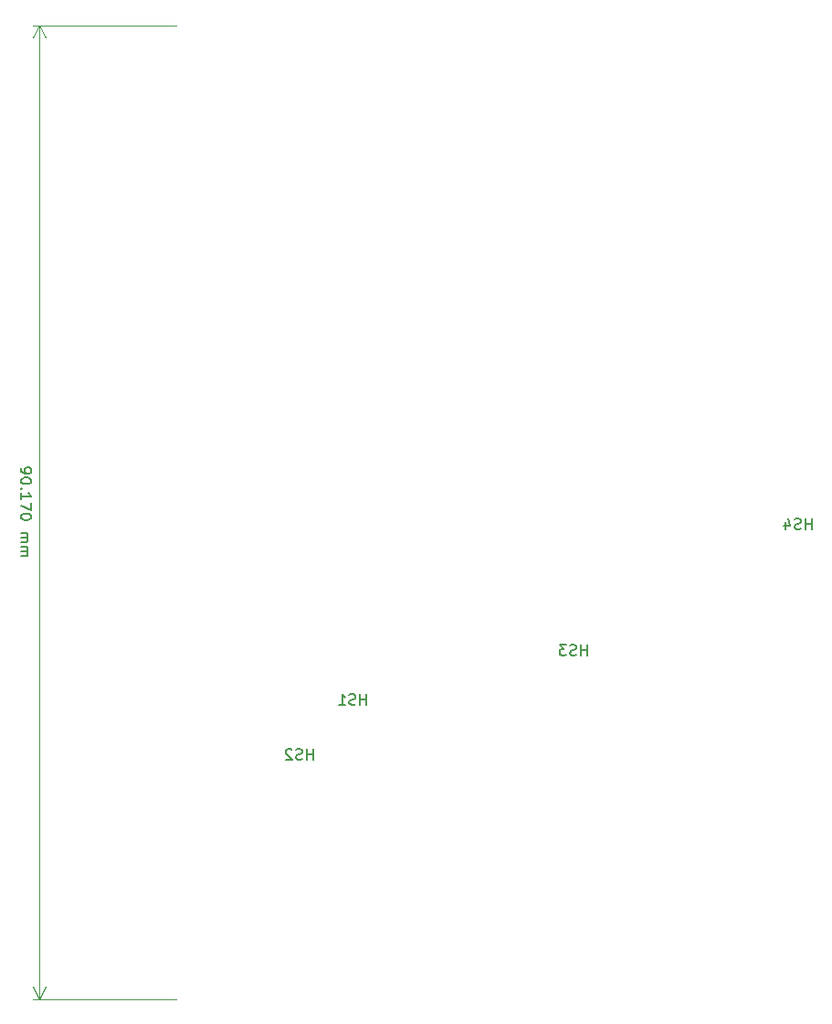
<source format=gbr>
G04 #@! TF.GenerationSoftware,KiCad,Pcbnew,5.1.3-ffb9f22~84~ubuntu18.10.1*
G04 #@! TF.CreationDate,2019-09-01T17:36:10+10:00*
G04 #@! TF.ProjectId,openpod-1,6f70656e-706f-4642-9d31-2e6b69636164,1.0*
G04 #@! TF.SameCoordinates,Original*
G04 #@! TF.FileFunction,Legend,Bot*
G04 #@! TF.FilePolarity,Positive*
%FSLAX46Y46*%
G04 Gerber Fmt 4.6, Leading zero omitted, Abs format (unit mm)*
G04 Created by KiCad (PCBNEW 5.1.3-ffb9f22~84~ubuntu18.10.1) date 2019-09-01 17:36:10*
%MOMM*%
%LPD*%
G04 APERTURE LIST*
%ADD10C,0.150000*%
%ADD11C,0.120000*%
G04 APERTURE END LIST*
D10*
X57967619Y-79137380D02*
X57967619Y-79327857D01*
X58015238Y-79423095D01*
X58062857Y-79470714D01*
X58205714Y-79565952D01*
X58396190Y-79613571D01*
X58777142Y-79613571D01*
X58872380Y-79565952D01*
X58920000Y-79518333D01*
X58967619Y-79423095D01*
X58967619Y-79232619D01*
X58920000Y-79137380D01*
X58872380Y-79089761D01*
X58777142Y-79042142D01*
X58539047Y-79042142D01*
X58443809Y-79089761D01*
X58396190Y-79137380D01*
X58348571Y-79232619D01*
X58348571Y-79423095D01*
X58396190Y-79518333D01*
X58443809Y-79565952D01*
X58539047Y-79613571D01*
X58967619Y-80232619D02*
X58967619Y-80327857D01*
X58920000Y-80423095D01*
X58872380Y-80470714D01*
X58777142Y-80518333D01*
X58586666Y-80565952D01*
X58348571Y-80565952D01*
X58158095Y-80518333D01*
X58062857Y-80470714D01*
X58015238Y-80423095D01*
X57967619Y-80327857D01*
X57967619Y-80232619D01*
X58015238Y-80137380D01*
X58062857Y-80089761D01*
X58158095Y-80042142D01*
X58348571Y-79994523D01*
X58586666Y-79994523D01*
X58777142Y-80042142D01*
X58872380Y-80089761D01*
X58920000Y-80137380D01*
X58967619Y-80232619D01*
X58062857Y-80994523D02*
X58015238Y-81042142D01*
X57967619Y-80994523D01*
X58015238Y-80946904D01*
X58062857Y-80994523D01*
X57967619Y-80994523D01*
X57967619Y-81994523D02*
X57967619Y-81423095D01*
X57967619Y-81708809D02*
X58967619Y-81708809D01*
X58824761Y-81613571D01*
X58729523Y-81518333D01*
X58681904Y-81423095D01*
X58967619Y-82327857D02*
X58967619Y-82994523D01*
X57967619Y-82565952D01*
X58967619Y-83565952D02*
X58967619Y-83661190D01*
X58920000Y-83756428D01*
X58872380Y-83804047D01*
X58777142Y-83851666D01*
X58586666Y-83899285D01*
X58348571Y-83899285D01*
X58158095Y-83851666D01*
X58062857Y-83804047D01*
X58015238Y-83756428D01*
X57967619Y-83661190D01*
X57967619Y-83565952D01*
X58015238Y-83470714D01*
X58062857Y-83423095D01*
X58158095Y-83375476D01*
X58348571Y-83327857D01*
X58586666Y-83327857D01*
X58777142Y-83375476D01*
X58872380Y-83423095D01*
X58920000Y-83470714D01*
X58967619Y-83565952D01*
X57967619Y-85089761D02*
X58634285Y-85089761D01*
X58539047Y-85089761D02*
X58586666Y-85137380D01*
X58634285Y-85232619D01*
X58634285Y-85375476D01*
X58586666Y-85470714D01*
X58491428Y-85518333D01*
X57967619Y-85518333D01*
X58491428Y-85518333D02*
X58586666Y-85565952D01*
X58634285Y-85661190D01*
X58634285Y-85804047D01*
X58586666Y-85899285D01*
X58491428Y-85946904D01*
X57967619Y-85946904D01*
X57967619Y-86423095D02*
X58634285Y-86423095D01*
X58539047Y-86423095D02*
X58586666Y-86470714D01*
X58634285Y-86565952D01*
X58634285Y-86708809D01*
X58586666Y-86804047D01*
X58491428Y-86851666D01*
X57967619Y-86851666D01*
X58491428Y-86851666D02*
X58586666Y-86899285D01*
X58634285Y-86994523D01*
X58634285Y-87137380D01*
X58586666Y-87232619D01*
X58491428Y-87280238D01*
X57967619Y-87280238D01*
D11*
X59690000Y-38100000D02*
X59690000Y-128270000D01*
X72390000Y-38100000D02*
X59103579Y-38100000D01*
X72390000Y-128270000D02*
X59103579Y-128270000D01*
X59690000Y-128270000D02*
X59103579Y-127143496D01*
X59690000Y-128270000D02*
X60276421Y-127143496D01*
X59690000Y-38100000D02*
X59103579Y-39226504D01*
X59690000Y-38100000D02*
X60276421Y-39226504D01*
D10*
X110458095Y-96472380D02*
X110458095Y-95472380D01*
X110458095Y-95948571D02*
X109886666Y-95948571D01*
X109886666Y-96472380D02*
X109886666Y-95472380D01*
X109458095Y-96424761D02*
X109315238Y-96472380D01*
X109077142Y-96472380D01*
X108981904Y-96424761D01*
X108934285Y-96377142D01*
X108886666Y-96281904D01*
X108886666Y-96186666D01*
X108934285Y-96091428D01*
X108981904Y-96043809D01*
X109077142Y-95996190D01*
X109267619Y-95948571D01*
X109362857Y-95900952D01*
X109410476Y-95853333D01*
X109458095Y-95758095D01*
X109458095Y-95662857D01*
X109410476Y-95567619D01*
X109362857Y-95520000D01*
X109267619Y-95472380D01*
X109029523Y-95472380D01*
X108886666Y-95520000D01*
X108553333Y-95472380D02*
X107934285Y-95472380D01*
X108267619Y-95853333D01*
X108124761Y-95853333D01*
X108029523Y-95900952D01*
X107981904Y-95948571D01*
X107934285Y-96043809D01*
X107934285Y-96281904D01*
X107981904Y-96377142D01*
X108029523Y-96424761D01*
X108124761Y-96472380D01*
X108410476Y-96472380D01*
X108505714Y-96424761D01*
X108553333Y-96377142D01*
X90011095Y-101036380D02*
X90011095Y-100036380D01*
X90011095Y-100512571D02*
X89439666Y-100512571D01*
X89439666Y-101036380D02*
X89439666Y-100036380D01*
X89011095Y-100988761D02*
X88868238Y-101036380D01*
X88630142Y-101036380D01*
X88534904Y-100988761D01*
X88487285Y-100941142D01*
X88439666Y-100845904D01*
X88439666Y-100750666D01*
X88487285Y-100655428D01*
X88534904Y-100607809D01*
X88630142Y-100560190D01*
X88820619Y-100512571D01*
X88915857Y-100464952D01*
X88963476Y-100417333D01*
X89011095Y-100322095D01*
X89011095Y-100226857D01*
X88963476Y-100131619D01*
X88915857Y-100084000D01*
X88820619Y-100036380D01*
X88582523Y-100036380D01*
X88439666Y-100084000D01*
X87487285Y-101036380D02*
X88058714Y-101036380D01*
X87773000Y-101036380D02*
X87773000Y-100036380D01*
X87868238Y-100179238D01*
X87963476Y-100274476D01*
X88058714Y-100322095D01*
X85058095Y-106116380D02*
X85058095Y-105116380D01*
X85058095Y-105592571D02*
X84486666Y-105592571D01*
X84486666Y-106116380D02*
X84486666Y-105116380D01*
X84058095Y-106068761D02*
X83915238Y-106116380D01*
X83677142Y-106116380D01*
X83581904Y-106068761D01*
X83534285Y-106021142D01*
X83486666Y-105925904D01*
X83486666Y-105830666D01*
X83534285Y-105735428D01*
X83581904Y-105687809D01*
X83677142Y-105640190D01*
X83867619Y-105592571D01*
X83962857Y-105544952D01*
X84010476Y-105497333D01*
X84058095Y-105402095D01*
X84058095Y-105306857D01*
X84010476Y-105211619D01*
X83962857Y-105164000D01*
X83867619Y-105116380D01*
X83629523Y-105116380D01*
X83486666Y-105164000D01*
X83105714Y-105211619D02*
X83058095Y-105164000D01*
X82962857Y-105116380D01*
X82724761Y-105116380D01*
X82629523Y-105164000D01*
X82581904Y-105211619D01*
X82534285Y-105306857D01*
X82534285Y-105402095D01*
X82581904Y-105544952D01*
X83153333Y-106116380D01*
X82534285Y-106116380D01*
X131286095Y-84780380D02*
X131286095Y-83780380D01*
X131286095Y-84256571D02*
X130714666Y-84256571D01*
X130714666Y-84780380D02*
X130714666Y-83780380D01*
X130286095Y-84732761D02*
X130143238Y-84780380D01*
X129905142Y-84780380D01*
X129809904Y-84732761D01*
X129762285Y-84685142D01*
X129714666Y-84589904D01*
X129714666Y-84494666D01*
X129762285Y-84399428D01*
X129809904Y-84351809D01*
X129905142Y-84304190D01*
X130095619Y-84256571D01*
X130190857Y-84208952D01*
X130238476Y-84161333D01*
X130286095Y-84066095D01*
X130286095Y-83970857D01*
X130238476Y-83875619D01*
X130190857Y-83828000D01*
X130095619Y-83780380D01*
X129857523Y-83780380D01*
X129714666Y-83828000D01*
X128857523Y-84113714D02*
X128857523Y-84780380D01*
X129095619Y-83732761D02*
X129333714Y-84447047D01*
X128714666Y-84447047D01*
M02*

</source>
